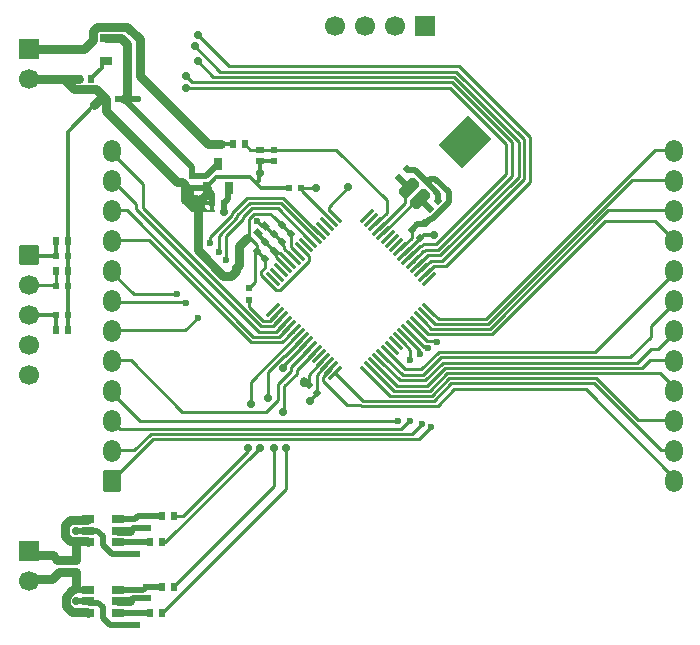
<source format=gtl>
G04*
G04 #@! TF.GenerationSoftware,Altium Limited,Altium Designer,19.1.5 (86)*
G04*
G04 Layer_Physical_Order=1*
G04 Layer_Color=255*
%FSLAX44Y44*%
%MOMM*%
G71*
G01*
G75*
%ADD11C,0.5000*%
%ADD13C,0.2540*%
G04:AMPARAMS|DCode=22|XSize=0.69mm|YSize=0.99mm|CornerRadius=0.0069mm|HoleSize=0mm|Usage=FLASHONLY|Rotation=270.000|XOffset=0mm|YOffset=0mm|HoleType=Round|Shape=RoundedRectangle|*
%AMROUNDEDRECTD22*
21,1,0.6900,0.9762,0,0,270.0*
21,1,0.6762,0.9900,0,0,270.0*
1,1,0.0138,-0.4881,-0.3381*
1,1,0.0138,-0.4881,0.3381*
1,1,0.0138,0.4881,0.3381*
1,1,0.0138,0.4881,-0.3381*
%
%ADD22ROUNDEDRECTD22*%
%ADD23R,0.8000X1.0000*%
%ADD24R,1.0000X0.8000*%
G04:AMPARAMS|DCode=27|XSize=0.62mm|YSize=0.5mm|CornerRadius=0mm|HoleSize=0mm|Usage=FLASHONLY|Rotation=315.000|XOffset=0mm|YOffset=0mm|HoleType=Round|Shape=Rectangle|*
%AMROTATEDRECTD27*
4,1,4,-0.3960,0.0424,-0.0424,0.3960,0.3960,-0.0424,0.0424,-0.3960,-0.3960,0.0424,0.0*
%
%ADD27ROTATEDRECTD27*%

G04:AMPARAMS|DCode=51|XSize=0.5mm|YSize=0.6mm|CornerRadius=0.005mm|HoleSize=0mm|Usage=FLASHONLY|Rotation=0.000|XOffset=0mm|YOffset=0mm|HoleType=Round|Shape=RoundedRectangle|*
%AMROUNDEDRECTD51*
21,1,0.5000,0.5900,0,0,0.0*
21,1,0.4900,0.6000,0,0,0.0*
1,1,0.0100,0.2450,-0.2950*
1,1,0.0100,-0.2450,-0.2950*
1,1,0.0100,-0.2450,0.2950*
1,1,0.0100,0.2450,0.2950*
%
%ADD51ROUNDEDRECTD51*%
G04:AMPARAMS|DCode=52|XSize=0.5mm|YSize=0.5mm|CornerRadius=0.005mm|HoleSize=0mm|Usage=FLASHONLY|Rotation=180.000|XOffset=0mm|YOffset=0mm|HoleType=Round|Shape=RoundedRectangle|*
%AMROUNDEDRECTD52*
21,1,0.5000,0.4900,0,0,180.0*
21,1,0.4900,0.5000,0,0,180.0*
1,1,0.0100,-0.2450,0.2450*
1,1,0.0100,0.2450,0.2450*
1,1,0.0100,0.2450,-0.2450*
1,1,0.0100,-0.2450,-0.2450*
%
%ADD52ROUNDEDRECTD52*%
G04:AMPARAMS|DCode=53|XSize=0.5mm|YSize=0.5mm|CornerRadius=0.005mm|HoleSize=0mm|Usage=FLASHONLY|Rotation=270.000|XOffset=0mm|YOffset=0mm|HoleType=Round|Shape=RoundedRectangle|*
%AMROUNDEDRECTD53*
21,1,0.5000,0.4900,0,0,270.0*
21,1,0.4900,0.5000,0,0,270.0*
1,1,0.0100,-0.2450,-0.2450*
1,1,0.0100,-0.2450,0.2450*
1,1,0.0100,0.2450,0.2450*
1,1,0.0100,0.2450,-0.2450*
%
%ADD53ROUNDEDRECTD53*%
G04:AMPARAMS|DCode=54|XSize=0.5mm|YSize=0.6mm|CornerRadius=0.005mm|HoleSize=0mm|Usage=FLASHONLY|Rotation=270.000|XOffset=0mm|YOffset=0mm|HoleType=Round|Shape=RoundedRectangle|*
%AMROUNDEDRECTD54*
21,1,0.5000,0.5900,0,0,270.0*
21,1,0.4900,0.6000,0,0,270.0*
1,1,0.0100,-0.2950,-0.2450*
1,1,0.0100,-0.2950,0.2450*
1,1,0.0100,0.2950,0.2450*
1,1,0.0100,0.2950,-0.2450*
%
%ADD54ROUNDEDRECTD54*%
G04:AMPARAMS|DCode=55|XSize=0.5mm|YSize=0.5mm|CornerRadius=0.005mm|HoleSize=0mm|Usage=FLASHONLY|Rotation=225.000|XOffset=0mm|YOffset=0mm|HoleType=Round|Shape=RoundedRectangle|*
%AMROUNDEDRECTD55*
21,1,0.5000,0.4900,0,0,225.0*
21,1,0.4900,0.5000,0,0,225.0*
1,1,0.0100,-0.3465,0.0000*
1,1,0.0100,0.0000,0.3465*
1,1,0.0100,0.3465,0.0000*
1,1,0.0100,0.0000,-0.3465*
%
%ADD55ROUNDEDRECTD55*%
G04:AMPARAMS|DCode=56|XSize=0.5mm|YSize=0.5mm|CornerRadius=0.005mm|HoleSize=0mm|Usage=FLASHONLY|Rotation=315.000|XOffset=0mm|YOffset=0mm|HoleType=Round|Shape=RoundedRectangle|*
%AMROUNDEDRECTD56*
21,1,0.5000,0.4900,0,0,315.0*
21,1,0.4900,0.5000,0,0,315.0*
1,1,0.0100,0.0000,-0.3465*
1,1,0.0100,-0.3465,0.0000*
1,1,0.0100,0.0000,0.3465*
1,1,0.0100,0.3465,0.0000*
%
%ADD56ROUNDEDRECTD56*%
G04:AMPARAMS|DCode=57|XSize=1.45mm|YSize=0.25mm|CornerRadius=0.0025mm|HoleSize=0mm|Usage=FLASHONLY|Rotation=45.000|XOffset=0mm|YOffset=0mm|HoleType=Round|Shape=RoundedRectangle|*
%AMROUNDEDRECTD57*
21,1,1.4500,0.2450,0,0,45.0*
21,1,1.4450,0.2500,0,0,45.0*
1,1,0.0050,0.5975,0.4243*
1,1,0.0050,-0.4243,-0.5975*
1,1,0.0050,-0.5975,-0.4243*
1,1,0.0050,0.4243,0.5975*
%
%ADD57ROUNDEDRECTD57*%
G04:AMPARAMS|DCode=58|XSize=1.45mm|YSize=0.25mm|CornerRadius=0.0025mm|HoleSize=0mm|Usage=FLASHONLY|Rotation=315.000|XOffset=0mm|YOffset=0mm|HoleType=Round|Shape=RoundedRectangle|*
%AMROUNDEDRECTD58*
21,1,1.4500,0.2450,0,0,315.0*
21,1,1.4450,0.2500,0,0,315.0*
1,1,0.0050,0.4243,-0.5975*
1,1,0.0050,-0.5975,0.4243*
1,1,0.0050,-0.4243,0.5975*
1,1,0.0050,0.5975,-0.4243*
%
%ADD58ROUNDEDRECTD58*%
%ADD59C,0.3000*%
%ADD60C,0.7500*%
G04:AMPARAMS|DCode=61|XSize=2.794mm|YSize=3.556mm|CornerRadius=0mm|HoleSize=0mm|Usage=FLASHONLY|Rotation=315.000|XOffset=0mm|YOffset=0mm|HoleType=Round|Shape=Rectangle|*
%AMROTATEDRECTD61*
4,1,4,-2.2451,-0.2694,0.2694,2.2451,2.2451,0.2694,-0.2694,-2.2451,-2.2451,-0.2694,0.0*
%
%ADD61ROTATEDRECTD61*%

%ADD62O,1.5000X1.9000*%
G04:AMPARAMS|DCode=63|XSize=1.9mm|YSize=1.5mm|CornerRadius=0.1875mm|HoleSize=0mm|Usage=FLASHONLY|Rotation=90.000|XOffset=0mm|YOffset=0mm|HoleType=Round|Shape=RoundedRectangle|*
%AMROUNDEDRECTD63*
21,1,1.9000,1.1250,0,0,90.0*
21,1,1.5250,1.5000,0,0,90.0*
1,1,0.3750,0.5625,0.7625*
1,1,0.3750,0.5625,-0.7625*
1,1,0.3750,-0.5625,-0.7625*
1,1,0.3750,-0.5625,0.7625*
%
%ADD63ROUNDEDRECTD63*%
%ADD64R,1.7000X1.7000*%
%ADD65C,1.7000*%
%ADD66R,1.7000X1.7000*%
G04:AMPARAMS|DCode=67|XSize=1.8mm|YSize=1mm|CornerRadius=0.25mm|HoleSize=0mm|Usage=FLASHONLY|Rotation=45.000|XOffset=0mm|YOffset=0mm|HoleType=Round|Shape=RoundedRectangle|*
%AMROUNDEDRECTD67*
21,1,1.8000,0.5000,0,0,45.0*
21,1,1.3000,1.0000,0,0,45.0*
1,1,0.5000,0.6364,0.2828*
1,1,0.5000,-0.2828,-0.6364*
1,1,0.5000,-0.6364,-0.2828*
1,1,0.5000,0.2828,0.6364*
%
%ADD67ROUNDEDRECTD67*%
G04:AMPARAMS|DCode=68|XSize=1.7mm|YSize=1.7mm|CornerRadius=0.2125mm|HoleSize=0mm|Usage=FLASHONLY|Rotation=270.000|XOffset=0mm|YOffset=0mm|HoleType=Round|Shape=RoundedRectangle|*
%AMROUNDEDRECTD68*
21,1,1.7000,1.2750,0,0,270.0*
21,1,1.2750,1.7000,0,0,270.0*
1,1,0.4250,-0.6375,-0.6375*
1,1,0.4250,-0.6375,0.6375*
1,1,0.4250,0.6375,0.6375*
1,1,0.4250,0.6375,-0.6375*
%
%ADD68ROUNDEDRECTD68*%
%ADD69C,0.6000*%
%ADD70C,0.7000*%
G36*
X361452Y611432D02*
X361664Y611122D01*
X361431Y609950D01*
Y609250D01*
X367500D01*
Y607500D01*
X369250D01*
Y601431D01*
X369950D01*
X371335Y601706D01*
X371730Y601970D01*
X373000Y601291D01*
Y599250D01*
X378072D01*
X379036Y597980D01*
X378931Y597450D01*
Y596750D01*
X385000D01*
Y595000D01*
X386750D01*
Y588931D01*
X387450D01*
X387500Y588890D01*
Y587500D01*
X367500D01*
X360000Y595000D01*
Y612076D01*
X360612Y612160D01*
X361452Y611432D01*
D02*
G37*
%LPC*%
G36*
X365750Y605750D02*
X361431D01*
Y605050D01*
X361706Y603665D01*
X362491Y602491D01*
X363665Y601706D01*
X365050Y601431D01*
X365750D01*
Y605750D01*
D02*
G37*
G36*
X383250Y593250D02*
X378931D01*
Y592550D01*
X379206Y591165D01*
X379991Y589991D01*
X381165Y589206D01*
X382550Y588931D01*
X383250D01*
Y593250D01*
D02*
G37*
%LPD*%
D11*
X461633Y443365D02*
X462884Y444616D01*
X462884D02*
X466464Y441035D01*
X462884Y444616D02*
X462884D01*
X466464Y441035D02*
X466465D01*
X461633Y443365D02*
X462499Y442499D01*
X565000Y577500D02*
X565541D01*
X564617Y577117D02*
X565000Y577500D01*
X395000Y587500D02*
Y595000D01*
X566620Y612630D02*
X576491Y602759D01*
Y596767D02*
Y602759D01*
X571304Y581681D02*
X585000Y595377D01*
X569722Y581681D02*
X571304D01*
X565541Y577500D02*
X569722Y581681D01*
X585000Y595377D02*
Y603991D01*
X566620Y612630D02*
X569420Y615429D01*
X556750Y622500D02*
X566620Y612630D01*
X550757Y622500D02*
X556750D01*
X380000Y617500D02*
X390000Y627500D01*
X367500Y617500D02*
X380000D01*
X266772Y267000D02*
X279550D01*
X292500Y243479D02*
Y252500D01*
X288450Y256550D02*
X292500Y252500D01*
X280500Y256550D02*
X288450D01*
X270000Y257500D02*
X279550D01*
X270000Y317500D02*
X279550D01*
X264200Y308300D02*
X267700D01*
X264200Y326700D02*
X266472D01*
X573562Y615429D02*
X585000Y603991D01*
X569420Y615429D02*
X573562D01*
X310000Y682500D02*
X322500D01*
X310000D02*
X367500Y625000D01*
X380500Y606750D02*
Y607750D01*
X558582Y577117D02*
X564617D01*
X553765Y572301D02*
X558582Y577117D01*
X553765Y572301D02*
X553765D01*
X398000Y598000D02*
Y606250D01*
X395000Y595000D02*
X398000Y598000D01*
X315000Y257500D02*
X315541D01*
X318041Y260000D01*
X330000D01*
Y270000D02*
X342500D01*
X329500D02*
X330000D01*
X326500Y267000D02*
X329500Y270000D01*
X305450Y267000D02*
X326500D01*
X330000Y330000D02*
X342500D01*
X318041Y320000D02*
X330000D01*
X322500Y330000D02*
X330000D01*
X319500Y327000D02*
X322500Y330000D01*
X305450Y327000D02*
X319500D01*
X279550Y317500D02*
X287521D01*
X292500Y312521D01*
Y305000D02*
Y312521D01*
Y305000D02*
X300000Y297500D01*
X320000D01*
Y307500D02*
X332500D01*
X305950D02*
X320000D01*
X305450Y308000D02*
X305950Y307500D01*
X320000Y247500D02*
X332500D01*
X305950D02*
X320000D01*
X305450Y248000D02*
X305950Y247500D01*
X292500Y243479D02*
X298479Y237500D01*
X320000D01*
X279550Y257500D02*
X280500Y256550D01*
X367500Y617500D02*
Y625000D01*
X380500Y606750D02*
X385000Y602250D01*
X398000Y606250D02*
X399500Y607750D01*
X367500Y607500D02*
X380250D01*
X380500Y607750D01*
X385000Y595000D02*
Y600000D01*
X385000Y600000D02*
X385000Y600000D01*
X385000Y600000D02*
Y602250D01*
X549974Y623283D02*
X550757Y622500D01*
X560581Y598535D02*
X569420Y589696D01*
X560581Y598535D02*
X560581D01*
X551600Y607515D02*
X551600Y607515D01*
X542903Y616212D02*
X551600Y607515D01*
D13*
X252300Y525200D02*
X252500Y525400D01*
Y537500D01*
X576622Y468790D02*
X709240D01*
X776250Y535800D01*
Y537800D01*
X561812Y453980D02*
X576622Y468790D01*
X561027Y466773D02*
Y469579D01*
X547578Y483029D02*
X561027Y469579D01*
X552750Y461750D02*
Y470786D01*
X544043Y479493D02*
X552750Y470786D01*
X563441Y449189D02*
X578502Y464250D01*
X565322Y444649D02*
X580332Y459660D01*
X567202Y440109D02*
X582213Y455120D01*
X584094Y450580D02*
X764420D01*
X569083Y435569D02*
X584094Y450580D01*
X709887Y446540D02*
X745627Y410800D01*
X585767Y446540D02*
X709887D01*
X570756Y431529D02*
X585767Y446540D01*
X535438Y431529D02*
X570756D01*
X708213Y442500D02*
X765313Y385400D01*
X587440Y442500D02*
X708213D01*
X572430Y427489D02*
X587440Y442500D01*
X512962Y427489D02*
X572430D01*
X701104Y437146D02*
X776250Y362000D01*
X589896Y437146D02*
X701104D01*
X575699Y422949D02*
X589896Y437146D01*
X511081Y422949D02*
X575699D01*
X538469Y435569D02*
X569083D01*
X519294Y454744D02*
X538469Y435569D01*
X548342Y453980D02*
X561812D01*
X745627Y410800D02*
X776250D01*
X533436Y468886D02*
X548342Y453980D01*
X546062Y449189D02*
X563441D01*
X543531Y444649D02*
X565322D01*
X541000Y440109D02*
X567202D01*
X738750Y464250D02*
X756308Y481808D01*
Y490458D01*
X776250Y510400D01*
Y512400D01*
X578502Y464250D02*
X738750D01*
X529900Y465351D02*
X546062Y449189D01*
X744590Y459660D02*
X756068Y471138D01*
X762388D01*
X776250Y485000D01*
Y487000D01*
X580332Y459660D02*
X744590D01*
X526365Y461815D02*
X543531Y444649D01*
X748750Y455120D02*
X755230Y461600D01*
X776250D01*
X582213Y455120D02*
X748750D01*
X522829Y458280D02*
X541000Y440109D01*
X586108Y692460D02*
X633909Y644659D01*
Y619334D02*
Y644659D01*
X574323Y559749D02*
X633909Y619334D01*
X362540Y692460D02*
X586108D01*
X638449Y617454D02*
Y646540D01*
X587989Y697000D02*
X638449Y646540D01*
X367998Y697000D02*
X587989D01*
X644567Y617152D02*
Y646842D01*
X589869Y701540D02*
X644567Y646842D01*
X385960Y701540D02*
X589869D01*
X649107Y615272D02*
Y648722D01*
X591749Y706080D02*
X649107Y648722D01*
X391420Y706080D02*
X591749D01*
X653647Y612397D02*
Y650603D01*
X593630Y710620D02*
X653647Y650603D01*
X399380Y710620D02*
X593630D01*
X362500Y692500D02*
X362540Y692460D01*
X569756Y545865D02*
X579701D01*
X567225Y550405D02*
X577820D01*
X563728Y559749D02*
X574323D01*
X562424Y558445D02*
X563728Y559749D01*
X561123Y558445D02*
X562424D01*
X551114Y548436D02*
X561123Y558445D01*
X576204Y555209D02*
X638449Y617454D01*
X565608Y555209D02*
X576204D01*
X564304Y553905D02*
X565608Y555209D01*
X563654Y553905D02*
X564304D01*
X577820Y550405D02*
X644567Y617152D01*
X579701Y545865D02*
X649107Y615272D01*
X554649Y544900D02*
X563654Y553905D01*
X362499Y702499D02*
X367998Y697000D01*
X582575Y541325D02*
X653647Y612397D01*
X572315Y541325D02*
X582575D01*
X565284Y534294D02*
X572315Y541325D01*
X565256Y534294D02*
X565284D01*
X372500Y737500D02*
X399380Y710620D01*
X561720Y537829D02*
X569756Y545865D01*
X370000Y727500D02*
X391420Y706080D01*
X372500Y715000D02*
X385960Y701540D01*
X383250Y566176D02*
X401770Y584696D01*
X383250Y561250D02*
Y566176D01*
X422951Y554623D02*
Y559300D01*
X416074Y566176D02*
X422951Y559300D01*
X416074Y566176D02*
Y581449D01*
X414782Y599418D02*
X444680D01*
X401770Y586406D02*
X414782Y599418D01*
X401770Y584696D02*
Y586406D01*
X390770Y567275D02*
X406310Y582815D01*
X416662Y594878D02*
X442799D01*
X406310Y584526D02*
X416662Y594878D01*
X406310Y582815D02*
Y584526D01*
X390770Y553270D02*
Y567275D01*
X418543Y590338D02*
X440269D01*
X410850Y582645D02*
X418543Y590338D01*
X410850Y580935D02*
Y582645D01*
X416074Y581449D02*
X420424Y585798D01*
X434202D02*
X437093Y582907D01*
X420424Y585798D02*
X434202D01*
X440269Y590338D02*
X468029Y562578D01*
X396847Y546847D02*
Y566932D01*
X396348Y546348D02*
X396847Y546847D01*
Y566932D02*
X410850Y580935D01*
X442799Y594878D02*
X471564Y566114D01*
X444680Y599418D02*
X474449Y569649D01*
X475100D01*
X390578Y553078D02*
X390770Y553270D01*
X460958Y555507D02*
X466500Y549965D01*
Y545750D02*
Y549965D01*
X441940Y521189D02*
X466500Y545750D01*
X438706Y521189D02*
X441940D01*
X426250Y536655D02*
X430022Y540426D01*
X426250Y533646D02*
Y536655D01*
Y533646D02*
X438706Y521189D01*
X430022Y540426D02*
Y547552D01*
X421000Y552673D02*
X422951Y554623D01*
X421000Y527924D02*
Y552673D01*
X415879Y522803D02*
X421000Y527924D01*
X331300Y563200D02*
X417688Y476812D01*
X300000Y563200D02*
X331300D01*
X417688Y476812D02*
X444134D01*
X453886Y486564D01*
X312400Y588600D02*
X419648Y481352D01*
X441603D01*
X300000Y588600D02*
X312400D01*
X441603Y481352D02*
X450351Y490100D01*
X428028Y494972D02*
X433656D01*
X415879Y507121D02*
X428028Y494972D01*
X433656D02*
X439391Y500706D01*
X436187Y490432D02*
X442926Y497171D01*
X426148Y490432D02*
X436187D01*
X326250Y590330D02*
X426148Y490432D01*
X424267Y485892D02*
X439044D01*
X320000Y590159D02*
X424267Y485892D01*
X320000Y590159D02*
Y594000D01*
X439044Y485892D02*
X446787Y493635D01*
X415879Y507121D02*
Y512803D01*
X326250Y590330D02*
Y611150D01*
X300000Y637400D02*
X326250Y611150D01*
X300000Y637400D02*
Y639400D01*
X442926Y497171D02*
X443280D01*
X439391Y500706D02*
X439744D01*
X558185Y541365D02*
X567225Y550405D01*
X466465Y441035D02*
Y449645D01*
X776250Y360000D02*
Y362000D01*
X510581Y423449D02*
X511081Y422949D01*
X499051Y423449D02*
X510581D01*
X765313Y385400D02*
X776250D01*
X621862Y484301D02*
X717560Y580000D01*
X567519Y484301D02*
X621862D01*
X620188Y488341D02*
X720447Y588600D01*
X570550Y488341D02*
X620188D01*
X561720Y497171D02*
X570550Y488341D01*
X618515Y492381D02*
X740134Y614000D01*
X573581Y492381D02*
X618515D01*
X565256Y500706D02*
X573581Y492381D01*
X616841Y496421D02*
X759820Y639400D01*
X576612Y496421D02*
X616841D01*
X568791Y504242D02*
X576612Y496421D01*
X478436Y444064D02*
X499051Y423449D01*
X559650Y394650D02*
X570000Y405000D01*
X567528Y471773D02*
Y472472D01*
X566838Y473162D02*
X567528Y472472D01*
X554649Y490100D02*
X566587Y478162D01*
X478436Y447446D02*
X485706Y454716D01*
X478436Y444064D02*
Y447446D01*
X306983Y403730D02*
X545097D01*
X300000Y410713D02*
X306983Y403730D01*
X554190Y399190D02*
X562500Y407500D01*
X332770Y399190D02*
X554190D01*
X318979Y385400D02*
X332770Y399190D01*
X545097Y403730D02*
X551367Y410000D01*
X552500D01*
X334650Y394650D02*
X559650D01*
X300000Y360000D02*
X334650Y394650D01*
X300000Y385400D02*
X318979D01*
X324200Y410000D02*
X542500D01*
X300000Y434200D02*
X324200Y410000D01*
X440460Y428386D02*
Y429593D01*
X430303Y418229D02*
X440460Y428386D01*
X359271Y418229D02*
X430303D01*
X315900Y461600D02*
X359271Y418229D01*
X417499Y443494D02*
X457034Y483029D01*
X457422D01*
X417499Y424999D02*
Y443494D01*
X445426Y465000D02*
X446465D01*
X432500Y452074D02*
X445426Y465000D01*
X432500Y430000D02*
Y452074D01*
X444999Y456464D02*
X464493Y475958D01*
X444999Y454999D02*
Y456464D01*
X440960Y441386D02*
X451769Y452195D01*
X440960Y429593D02*
Y441386D01*
X445500Y418000D02*
Y439505D01*
X445000Y417500D02*
X445500Y418000D01*
Y439505D02*
X456309Y450314D01*
Y453632D02*
X471564Y468886D01*
X456309Y450314D02*
Y453632D01*
X451769Y456163D02*
X468029Y472422D01*
X451769Y452195D02*
Y456163D01*
X447500Y352500D02*
Y387500D01*
X342500Y247500D02*
X447500Y352500D01*
X230000Y525400D02*
X230200Y525200D01*
X252300D01*
X483552Y591613D02*
X500000Y608061D01*
X483552Y589509D02*
Y591613D01*
Y589509D02*
X489242Y583820D01*
Y583791D02*
Y583820D01*
X522829Y576720D02*
X532500Y586391D01*
Y597500D01*
X490000Y640000D02*
X532500Y597500D01*
X437500Y640000D02*
X490000D01*
X412500Y644500D02*
Y645000D01*
Y644500D02*
X417000Y640000D01*
X425000D01*
X437500D01*
X460000Y607500D02*
X472500D01*
X460000D02*
X461230Y606270D01*
Y604732D02*
Y606270D01*
Y604732D02*
X485706Y580256D01*
X345000Y307500D02*
X425000Y387500D01*
X342500Y307500D02*
X345000D01*
X415000Y385000D02*
Y387500D01*
X360000Y330000D02*
X415000Y385000D01*
X352500Y330000D02*
X360000D01*
X352500Y270500D02*
X437500Y355500D01*
Y387500D01*
X417499Y424999D02*
X417499Y424999D01*
X352500Y270000D02*
Y270500D01*
X446465Y465000D02*
X460958Y479493D01*
X438995Y549185D02*
X446815Y541365D01*
X438995Y549185D02*
Y550981D01*
X437093Y552884D02*
X438995Y550981D01*
X442530Y552721D02*
X450351Y544900D01*
X440734Y552721D02*
X442530D01*
X438832Y554623D02*
X440734Y552721D01*
X437093Y554623D02*
X438832D01*
X361838Y510662D02*
X362500Y510000D01*
X301738Y510662D02*
X361838D01*
X300000Y512400D02*
X301738Y510662D01*
X467500Y427500D02*
Y427715D01*
X473535Y433750D01*
Y433965D01*
Y449645D02*
X482171Y458280D01*
X473535Y433965D02*
Y449645D01*
X466465D02*
X478635Y461815D01*
X529900Y569649D02*
X529929D01*
X558814Y598535D01*
X560581D01*
X548301Y604216D02*
X551600Y607515D01*
X548301Y595121D02*
Y604216D01*
X526365Y573185D02*
X548301Y595121D01*
X764420Y450580D02*
X776250Y438750D01*
X515758Y451209D02*
X535438Y431529D01*
X489242Y451209D02*
X512962Y427489D01*
X776250Y436200D02*
Y438750D01*
X574338Y478162D02*
X575000Y477500D01*
X551114Y486564D02*
X564516Y473162D01*
X558185Y493635D02*
X567519Y484301D01*
X564516Y473162D02*
X566838D01*
X300000Y535800D02*
X318300Y517500D01*
X300000Y535800D02*
Y537800D01*
X318300Y517500D02*
X355000D01*
X300000Y487000D02*
X362000D01*
X372500Y497500D01*
X451235Y558187D02*
Y568765D01*
X300000Y461600D02*
X315900D01*
X437093Y582907D02*
X444164Y575836D01*
X300000Y614000D02*
X320000Y594000D01*
X446787Y493635D02*
X446815D01*
X300000Y434200D02*
Y436200D01*
Y410713D02*
Y410800D01*
X566587Y478162D02*
X574338D01*
X720447Y588600D02*
X776250D01*
X759450Y580000D02*
X776250Y563200D01*
X717560Y580000D02*
X759450D01*
X485706Y454716D02*
Y454744D01*
X759820Y639400D02*
X776250D01*
X740134Y614000D02*
X776250D01*
X457422Y551972D02*
Y552000D01*
X444164Y559955D02*
Y561694D01*
Y559955D02*
X446080Y558038D01*
Y556271D02*
Y558038D01*
Y556271D02*
X453886Y548464D01*
Y548436D02*
Y548464D01*
X451235Y558187D02*
X457422Y552000D01*
X437093Y552884D02*
Y554623D01*
X422951D02*
X430022Y547552D01*
X547578Y551972D02*
X560836Y565230D01*
X553765Y565230D02*
Y572301D01*
X544043Y555507D02*
X553765Y565230D01*
D22*
X279550Y308000D02*
D03*
Y317500D02*
D03*
Y327000D02*
D03*
X305450D02*
D03*
Y317500D02*
D03*
Y308000D02*
D03*
X279550Y248000D02*
D03*
Y257500D02*
D03*
Y267000D02*
D03*
X305450D02*
D03*
Y257500D02*
D03*
Y248000D02*
D03*
D23*
X390000Y627500D02*
D03*
X399500Y607750D02*
D03*
X380500D02*
D03*
D24*
X294750Y715500D02*
D03*
Y734500D02*
D03*
X275000Y725000D02*
D03*
D27*
X429668Y575483D02*
D03*
X423304Y569119D02*
D03*
D51*
X252500Y562500D02*
D03*
X262500D02*
D03*
X252500Y537500D02*
D03*
X262500D02*
D03*
X252500Y487500D02*
D03*
X262500D02*
D03*
X412500Y645000D02*
D03*
X402500D02*
D03*
X352500Y270000D02*
D03*
X342500D02*
D03*
Y330000D02*
D03*
X352500D02*
D03*
X342500Y247500D02*
D03*
X332500D02*
D03*
Y307500D02*
D03*
X342500D02*
D03*
X282500Y700000D02*
D03*
X272500D02*
D03*
D52*
X252500Y550000D02*
D03*
X262500D02*
D03*
X252500Y525000D02*
D03*
X262500D02*
D03*
X252500Y500000D02*
D03*
X262500D02*
D03*
X450000Y607500D02*
D03*
X460000D02*
D03*
X305000Y682500D02*
D03*
X295000D02*
D03*
X395000Y595000D02*
D03*
X385000D02*
D03*
D53*
X437500Y630000D02*
D03*
Y640000D02*
D03*
X270000Y282500D02*
D03*
Y292500D02*
D03*
X367500Y617500D02*
D03*
Y607500D02*
D03*
X415879Y512803D02*
D03*
Y522803D02*
D03*
D54*
X425000Y630000D02*
D03*
Y640000D02*
D03*
X330000Y270000D02*
D03*
Y260000D02*
D03*
Y320000D02*
D03*
Y330000D02*
D03*
X320000Y247500D02*
D03*
Y237500D02*
D03*
Y297500D02*
D03*
Y307500D02*
D03*
D55*
X549974Y623283D02*
D03*
X542903Y616212D02*
D03*
X576491Y596767D02*
D03*
X569420Y589696D02*
D03*
X444164Y561694D02*
D03*
X451235Y568765D02*
D03*
X437093D02*
D03*
X444164Y575836D02*
D03*
X430022Y561694D02*
D03*
X422951Y554623D02*
D03*
X437093D02*
D03*
X430022Y547552D02*
D03*
D56*
X553765Y572301D02*
D03*
X560836Y565230D02*
D03*
X473535Y433965D02*
D03*
X466465Y441035D02*
D03*
D57*
X536972Y562578D02*
D03*
X457422Y483029D02*
D03*
X568791Y530758D02*
D03*
X558185Y541365D02*
D03*
X561720Y537829D02*
D03*
X565256Y534294D02*
D03*
X540507Y559043D02*
D03*
X544043Y555507D02*
D03*
X547578Y551972D02*
D03*
X551114Y548436D02*
D03*
X554649Y544900D02*
D03*
X478635Y461815D02*
D03*
X489242Y451209D02*
D03*
X485706Y454744D02*
D03*
X482171Y458280D02*
D03*
X460958Y479493D02*
D03*
X475100Y465351D02*
D03*
X471564Y468886D02*
D03*
X468029Y472422D02*
D03*
X464493Y475958D02*
D03*
X529900Y569649D02*
D03*
X533436Y566114D02*
D03*
X515758Y583791D02*
D03*
X519294Y580256D02*
D03*
X522829Y576720D02*
D03*
X526365Y573185D02*
D03*
X450351Y490100D02*
D03*
X453886Y486564D02*
D03*
X436209Y504242D02*
D03*
X446815Y493635D02*
D03*
X443280Y497171D02*
D03*
X439744Y500706D02*
D03*
D58*
X551114Y486564D02*
D03*
X471564Y566114D02*
D03*
X568791Y504242D02*
D03*
X565256Y500706D02*
D03*
X561720Y497171D02*
D03*
X558185Y493635D02*
D03*
X554649Y490100D02*
D03*
X540507Y475958D02*
D03*
X547578Y483029D02*
D03*
X544043Y479493D02*
D03*
X536972Y472422D02*
D03*
X533436Y468886D02*
D03*
X529900Y465351D02*
D03*
X526365Y461815D02*
D03*
X522829Y458280D02*
D03*
X519294Y454744D02*
D03*
X515758Y451209D02*
D03*
X489242Y583791D02*
D03*
X475100Y569649D02*
D03*
X478635Y573185D02*
D03*
X482171Y576720D02*
D03*
X485706Y580256D02*
D03*
X460958Y555507D02*
D03*
X464493Y559043D02*
D03*
X468029Y562578D02*
D03*
X436209Y530758D02*
D03*
X439744Y534294D02*
D03*
X443280Y537829D02*
D03*
X446815Y541365D02*
D03*
X450351Y544900D02*
D03*
X453886Y548436D02*
D03*
X457422Y551972D02*
D03*
D59*
X262500Y562500D02*
Y655000D01*
Y550000D02*
Y562500D01*
Y537500D02*
Y550000D01*
Y525000D02*
Y537500D01*
Y500000D02*
Y525000D01*
Y487500D02*
Y500000D01*
X252500Y487500D02*
Y500000D01*
Y550000D02*
Y562500D01*
X380250Y607500D02*
Y608500D01*
X427066Y575483D02*
X429668D01*
X423021Y579528D02*
X427066Y575483D01*
X563824Y567500D02*
X572500D01*
X417004Y616750D02*
X422129Y611625D01*
X388500Y616750D02*
X417004D01*
X380250Y608500D02*
X388500Y616750D01*
X262500Y655000D02*
X285000Y677500D01*
X230000Y500000D02*
X252500D01*
X230800Y550000D02*
X252500D01*
X230000Y550800D02*
X230800Y550000D01*
X392500Y645000D02*
X402500D01*
X422129Y611625D02*
X426254Y607500D01*
X422129Y611625D02*
X424235Y613731D01*
Y619235D01*
X425000Y620000D01*
Y630000D01*
X437500D01*
X426254Y607500D02*
X450000D01*
X561553Y565230D02*
X563824Y567500D01*
X560836Y565230D02*
X561553D01*
X560836D02*
X560836D01*
X282500Y700500D02*
X291250Y709250D01*
Y713000D01*
X293750Y715500D01*
X282500Y700000D02*
Y700500D01*
X293750Y715500D02*
X294750D01*
X444164Y575836D02*
X451235Y568765D01*
X437093D02*
X444164Y561694D01*
X430022Y575483D02*
X436739Y568765D01*
X437093D01*
X423304Y568765D02*
Y569119D01*
Y568765D02*
X430022Y562048D01*
Y561694D02*
Y562048D01*
Y561694D02*
X437093Y554623D01*
D60*
X361931Y597500D02*
Y609966D01*
X407250Y558495D02*
X414378Y565622D01*
X407250Y542250D02*
Y558495D01*
X405000Y540000D02*
X407250Y542250D01*
X313085Y744250D02*
X323750Y733585D01*
X287368Y744250D02*
X313085D01*
X284000Y740882D02*
X287368Y744250D01*
X284000Y733000D02*
Y740882D01*
X276000Y725000D02*
X284000Y733000D01*
X323750Y702750D02*
Y733585D01*
Y702750D02*
X381500Y645000D01*
X266418Y267000D02*
X266772D01*
X260750Y261332D02*
X266418Y267000D01*
X260750Y253668D02*
Y261332D01*
Y253668D02*
X266168Y248250D01*
X279300D01*
X279550Y248000D01*
X266772Y267000D02*
X270000Y270228D01*
X260000Y322500D02*
X264200Y326700D01*
X260000Y312500D02*
Y322500D01*
Y312500D02*
X264200Y308300D01*
X285000Y677500D02*
X290000Y682500D01*
X266472Y326700D02*
X279250D01*
X294698Y672802D02*
Y682198D01*
X295000Y682500D01*
X354852Y612648D02*
X359250D01*
X294698Y672802D02*
X354852Y612648D01*
X359250D02*
X361931Y609966D01*
X312500Y685000D02*
Y729857D01*
X310000Y682500D02*
X312500Y685000D01*
X295000Y734250D02*
X308107D01*
X294750Y734500D02*
X295000Y734250D01*
X308107D02*
X312500Y729857D01*
X381500Y645000D02*
X392500D01*
X275000Y725000D02*
X276000D01*
X361931Y597500D02*
X372500D01*
X394393Y533107D02*
X400607D01*
X405000Y537500D01*
Y540000D01*
X372500Y555000D02*
X394393Y533107D01*
X372500Y555000D02*
Y592500D01*
X230000Y274600D02*
X231818Y276418D01*
X249388D01*
X255471Y282500D01*
X270000D01*
X230000Y300000D02*
X233500Y296500D01*
X249750D01*
X253750Y292500D01*
X270000D01*
X267700Y308300D02*
X270000Y306000D01*
Y292500D02*
Y306000D01*
X267700Y308300D02*
X279250D01*
X279550Y308000D01*
X279250Y326700D02*
X279550Y327000D01*
X270000Y270228D02*
Y282500D01*
X305450Y317500D02*
X315000D01*
X305450Y257500D02*
X315000D01*
X290000Y682500D02*
X295000D01*
X375000Y597500D02*
X380250Y602750D01*
X259431Y700000D02*
X268181Y691250D01*
X286250D01*
X295000Y682500D01*
X259431Y700000D02*
X272500D01*
X380250Y602750D02*
Y607500D01*
X380250Y607500D01*
X230000Y700000D02*
X257500D01*
X272500D02*
X272500Y700000D01*
X274800Y725200D02*
X275000Y725000D01*
X230200Y725200D02*
X274800D01*
X230000Y725400D02*
X230200Y725200D01*
D61*
X599196Y646130D02*
D03*
D62*
X300000Y385000D02*
D03*
Y410400D02*
D03*
Y435800D02*
D03*
Y461200D02*
D03*
Y486600D02*
D03*
Y512000D02*
D03*
Y537400D02*
D03*
Y562800D02*
D03*
Y588200D02*
D03*
Y613600D02*
D03*
Y639000D02*
D03*
X776250D02*
D03*
Y613600D02*
D03*
Y588200D02*
D03*
Y562800D02*
D03*
Y537400D02*
D03*
Y512000D02*
D03*
Y486600D02*
D03*
Y461200D02*
D03*
Y435800D02*
D03*
Y410400D02*
D03*
Y385000D02*
D03*
Y359600D02*
D03*
D63*
X300000D02*
D03*
D64*
X565400Y745000D02*
D03*
D65*
X540000D02*
D03*
X514600D02*
D03*
X489200D02*
D03*
X230000Y274600D02*
D03*
Y700000D02*
D03*
Y449200D02*
D03*
Y500000D02*
D03*
Y474600D02*
D03*
Y525400D02*
D03*
D66*
Y300000D02*
D03*
Y725400D02*
D03*
D67*
X560581Y598535D02*
D03*
X551600Y607515D02*
D03*
D68*
X230000Y550800D02*
D03*
D69*
X561027Y466773D02*
D03*
X552750Y461750D02*
D03*
X383250Y561250D02*
D03*
X423021Y579528D02*
D03*
X390578Y553078D02*
D03*
X570000Y405000D02*
D03*
X567528Y471773D02*
D03*
X322500Y682500D02*
D03*
X396348Y546348D02*
D03*
X362500Y510000D02*
D03*
X575000Y477500D02*
D03*
X355000Y517500D02*
D03*
X372500Y497500D02*
D03*
X542500Y410000D02*
D03*
X552500D02*
D03*
X562500Y407500D02*
D03*
D70*
X572500Y567500D02*
D03*
X565000Y577500D02*
D03*
X395000Y587500D02*
D03*
X462499Y442499D02*
D03*
X444999Y454999D02*
D03*
X270000Y257500D02*
D03*
Y317500D02*
D03*
X285000Y677500D02*
D03*
X370000Y727500D02*
D03*
X372500Y715000D02*
D03*
X372500Y737500D02*
D03*
X362500Y692500D02*
D03*
X362499Y702499D02*
D03*
X500000Y608061D02*
D03*
X425000Y620000D02*
D03*
X472500Y607500D02*
D03*
X415000Y387500D02*
D03*
X447500D02*
D03*
X437500D02*
D03*
X425000D02*
D03*
X417499Y424999D02*
D03*
X432500Y430000D02*
D03*
X445000Y417500D02*
D03*
X405000Y540000D02*
D03*
X467500Y427500D02*
D03*
X315000Y317500D02*
D03*
Y257500D02*
D03*
M02*

</source>
